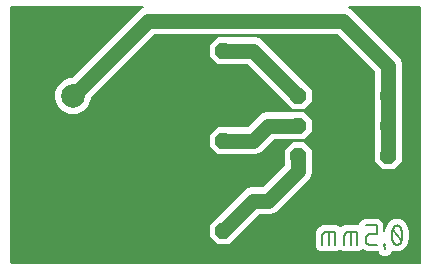
<source format=gbr>
G04 EAGLE Gerber RS-274X export*
G75*
%MOMM*%
%FSLAX34Y34*%
%LPD*%
%INTraces*%
%IPPOS*%
%AMOC8*
5,1,8,0,0,1.08239X$1,22.5*%
G01*
%ADD10C,0.152400*%
%ADD11P,1.429621X8X202.500000*%
%ADD12P,1.429621X8X22.500000*%
%ADD13C,2.000000*%
%ADD14C,1.270000*%

G36*
X357198Y10164D02*
X357198Y10164D01*
X357217Y10162D01*
X357319Y10184D01*
X357421Y10200D01*
X357438Y10210D01*
X357458Y10214D01*
X357547Y10267D01*
X357638Y10316D01*
X357652Y10330D01*
X357669Y10340D01*
X357736Y10419D01*
X357808Y10494D01*
X357816Y10512D01*
X357829Y10527D01*
X357868Y10623D01*
X357911Y10717D01*
X357913Y10737D01*
X357921Y10755D01*
X357939Y10922D01*
X357939Y227078D01*
X357936Y227098D01*
X357938Y227117D01*
X357916Y227219D01*
X357900Y227321D01*
X357890Y227338D01*
X357886Y227358D01*
X357833Y227447D01*
X357784Y227538D01*
X357770Y227552D01*
X357760Y227569D01*
X357681Y227636D01*
X357606Y227708D01*
X357588Y227716D01*
X357573Y227729D01*
X357477Y227768D01*
X357383Y227811D01*
X357363Y227813D01*
X357345Y227821D01*
X357178Y227839D01*
X296764Y227839D01*
X296668Y227824D01*
X296571Y227814D01*
X296547Y227804D01*
X296521Y227800D01*
X296435Y227754D01*
X296346Y227714D01*
X296327Y227697D01*
X296304Y227684D01*
X296237Y227614D01*
X296165Y227548D01*
X296153Y227525D01*
X296134Y227506D01*
X296093Y227418D01*
X296047Y227332D01*
X296042Y227307D01*
X296031Y227283D01*
X296020Y227186D01*
X296003Y227090D01*
X296007Y227064D01*
X296004Y227039D01*
X296024Y226943D01*
X296039Y226847D01*
X296050Y226824D01*
X296056Y226798D01*
X296106Y226715D01*
X296150Y226628D01*
X296169Y226609D01*
X296182Y226587D01*
X296256Y226524D01*
X296326Y226456D01*
X296354Y226440D01*
X296369Y226427D01*
X296400Y226415D01*
X296473Y226375D01*
X298530Y225523D01*
X339823Y184230D01*
X341551Y180058D01*
X341551Y157776D01*
X341565Y157686D01*
X341573Y157595D01*
X341585Y157565D01*
X341590Y157533D01*
X341633Y157453D01*
X341669Y157369D01*
X341695Y157337D01*
X341706Y157316D01*
X341729Y157294D01*
X341774Y157238D01*
X341805Y157207D01*
X341805Y147593D01*
X341774Y147562D01*
X341721Y147488D01*
X341661Y147419D01*
X341649Y147389D01*
X341630Y147362D01*
X341603Y147275D01*
X341569Y147191D01*
X341565Y147150D01*
X341558Y147127D01*
X341559Y147095D01*
X341551Y147024D01*
X341551Y132376D01*
X341565Y132286D01*
X341573Y132195D01*
X341585Y132165D01*
X341590Y132133D01*
X341633Y132053D01*
X341669Y131969D01*
X341695Y131937D01*
X341706Y131916D01*
X341729Y131894D01*
X341774Y131838D01*
X341805Y131807D01*
X341805Y122193D01*
X341774Y122162D01*
X341721Y122088D01*
X341661Y122019D01*
X341649Y121989D01*
X341630Y121962D01*
X341603Y121875D01*
X341569Y121791D01*
X341565Y121750D01*
X341558Y121727D01*
X341559Y121695D01*
X341551Y121624D01*
X341551Y106976D01*
X341565Y106886D01*
X341573Y106795D01*
X341585Y106765D01*
X341590Y106733D01*
X341633Y106653D01*
X341669Y106569D01*
X341695Y106537D01*
X341706Y106516D01*
X341729Y106494D01*
X341774Y106438D01*
X341805Y106407D01*
X341805Y96793D01*
X335007Y89995D01*
X325393Y89995D01*
X318595Y96793D01*
X318595Y106407D01*
X318626Y106438D01*
X318679Y106512D01*
X318739Y106581D01*
X318751Y106611D01*
X318770Y106638D01*
X318797Y106725D01*
X318831Y106809D01*
X318835Y106850D01*
X318842Y106873D01*
X318841Y106905D01*
X318849Y106976D01*
X318849Y121624D01*
X318835Y121714D01*
X318827Y121805D01*
X318815Y121835D01*
X318810Y121867D01*
X318767Y121947D01*
X318731Y122031D01*
X318705Y122063D01*
X318694Y122084D01*
X318671Y122106D01*
X318626Y122162D01*
X318595Y122193D01*
X318595Y131807D01*
X318626Y131838D01*
X318679Y131912D01*
X318739Y131981D01*
X318751Y132011D01*
X318770Y132038D01*
X318797Y132125D01*
X318831Y132209D01*
X318835Y132250D01*
X318842Y132273D01*
X318841Y132305D01*
X318849Y132376D01*
X318849Y147024D01*
X318835Y147114D01*
X318827Y147205D01*
X318815Y147235D01*
X318810Y147267D01*
X318767Y147347D01*
X318731Y147431D01*
X318705Y147463D01*
X318694Y147484D01*
X318671Y147506D01*
X318626Y147562D01*
X318595Y147593D01*
X318595Y157207D01*
X318626Y157238D01*
X318679Y157312D01*
X318739Y157381D01*
X318751Y157411D01*
X318770Y157438D01*
X318797Y157525D01*
X318831Y157609D01*
X318835Y157650D01*
X318842Y157673D01*
X318841Y157705D01*
X318849Y157776D01*
X318849Y172783D01*
X318835Y172873D01*
X318827Y172964D01*
X318815Y172994D01*
X318810Y173026D01*
X318767Y173106D01*
X318731Y173190D01*
X318705Y173222D01*
X318694Y173243D01*
X318671Y173265D01*
X318626Y173321D01*
X287621Y204326D01*
X287547Y204379D01*
X287478Y204439D01*
X287448Y204451D01*
X287422Y204470D01*
X287335Y204497D01*
X287250Y204531D01*
X287209Y204535D01*
X287187Y204542D01*
X287154Y204541D01*
X287083Y204549D01*
X131978Y204549D01*
X131888Y204535D01*
X131797Y204527D01*
X131767Y204515D01*
X131735Y204510D01*
X131654Y204467D01*
X131571Y204431D01*
X131538Y204405D01*
X131518Y204394D01*
X131496Y204371D01*
X131440Y204326D01*
X78474Y151360D01*
X78421Y151286D01*
X78361Y151217D01*
X78349Y151187D01*
X78330Y151161D01*
X78303Y151074D01*
X78269Y150989D01*
X78265Y150948D01*
X78258Y150926D01*
X78259Y150893D01*
X78251Y150822D01*
X78251Y149205D01*
X75967Y143692D01*
X71747Y139472D01*
X66234Y137188D01*
X60266Y137188D01*
X54753Y139472D01*
X50533Y143692D01*
X48249Y149205D01*
X48249Y155173D01*
X50533Y160686D01*
X54753Y164906D01*
X60266Y167190D01*
X61883Y167190D01*
X61973Y167204D01*
X62064Y167212D01*
X62094Y167224D01*
X62126Y167229D01*
X62207Y167272D01*
X62290Y167308D01*
X62323Y167334D01*
X62343Y167345D01*
X62365Y167368D01*
X62421Y167413D01*
X117231Y222223D01*
X120531Y225523D01*
X122588Y226375D01*
X122671Y226426D01*
X122757Y226472D01*
X122775Y226490D01*
X122797Y226504D01*
X122860Y226580D01*
X122927Y226650D01*
X122938Y226674D01*
X122954Y226694D01*
X122989Y226785D01*
X123030Y226873D01*
X123033Y226899D01*
X123042Y226923D01*
X123047Y227021D01*
X123057Y227117D01*
X123052Y227143D01*
X123053Y227169D01*
X123026Y227263D01*
X123005Y227358D01*
X122992Y227380D01*
X122984Y227405D01*
X122929Y227485D01*
X122879Y227569D01*
X122859Y227586D01*
X122844Y227607D01*
X122766Y227666D01*
X122692Y227729D01*
X122668Y227739D01*
X122647Y227754D01*
X122554Y227784D01*
X122464Y227821D01*
X122431Y227824D01*
X122413Y227830D01*
X122380Y227830D01*
X122297Y227839D01*
X10922Y227839D01*
X10902Y227836D01*
X10883Y227838D01*
X10781Y227816D01*
X10679Y227800D01*
X10662Y227790D01*
X10642Y227786D01*
X10553Y227733D01*
X10462Y227684D01*
X10448Y227670D01*
X10431Y227660D01*
X10364Y227581D01*
X10292Y227506D01*
X10284Y227488D01*
X10271Y227473D01*
X10232Y227377D01*
X10189Y227283D01*
X10187Y227263D01*
X10179Y227245D01*
X10161Y227078D01*
X10161Y10922D01*
X10164Y10902D01*
X10162Y10883D01*
X10184Y10781D01*
X10200Y10679D01*
X10210Y10662D01*
X10214Y10642D01*
X10267Y10553D01*
X10316Y10462D01*
X10330Y10448D01*
X10340Y10431D01*
X10419Y10364D01*
X10494Y10292D01*
X10512Y10284D01*
X10527Y10271D01*
X10623Y10232D01*
X10717Y10189D01*
X10737Y10187D01*
X10755Y10179D01*
X10922Y10161D01*
X357178Y10161D01*
X357198Y10164D01*
G37*
%LPC*%
G36*
X185693Y26495D02*
X185693Y26495D01*
X178895Y33293D01*
X178895Y42907D01*
X185693Y49705D01*
X185737Y49705D01*
X185827Y49719D01*
X185918Y49727D01*
X185948Y49739D01*
X185980Y49744D01*
X186060Y49787D01*
X186144Y49823D01*
X186176Y49849D01*
X186197Y49860D01*
X186219Y49883D01*
X186275Y49928D01*
X209470Y73123D01*
X213642Y74851D01*
X223583Y74851D01*
X223673Y74865D01*
X223764Y74873D01*
X223794Y74885D01*
X223826Y74890D01*
X223906Y74933D01*
X223990Y74969D01*
X224022Y74995D01*
X224043Y75006D01*
X224058Y75021D01*
X224059Y75022D01*
X224069Y75032D01*
X224121Y75074D01*
X242426Y93379D01*
X242471Y93441D01*
X242499Y93470D01*
X242504Y93481D01*
X242539Y93522D01*
X242551Y93552D01*
X242570Y93578D01*
X242597Y93665D01*
X242631Y93750D01*
X242635Y93791D01*
X242642Y93813D01*
X242641Y93846D01*
X242649Y93917D01*
X242649Y96224D01*
X242635Y96314D01*
X242627Y96405D01*
X242615Y96435D01*
X242610Y96467D01*
X242567Y96547D01*
X242531Y96631D01*
X242505Y96663D01*
X242494Y96684D01*
X242471Y96706D01*
X242426Y96762D01*
X242395Y96793D01*
X242395Y106407D01*
X249193Y113205D01*
X258807Y113205D01*
X265605Y106407D01*
X265605Y96793D01*
X265574Y96762D01*
X265521Y96688D01*
X265461Y96619D01*
X265449Y96589D01*
X265430Y96562D01*
X265403Y96475D01*
X265369Y96391D01*
X265365Y96350D01*
X265358Y96327D01*
X265359Y96295D01*
X265351Y96224D01*
X265351Y86642D01*
X263623Y82470D01*
X235030Y53877D01*
X230858Y52149D01*
X220917Y52149D01*
X220827Y52135D01*
X220736Y52127D01*
X220706Y52115D01*
X220674Y52110D01*
X220594Y52067D01*
X220510Y52031D01*
X220478Y52005D01*
X220457Y51994D01*
X220435Y51971D01*
X220379Y51926D01*
X202328Y33875D01*
X202275Y33801D01*
X202215Y33732D01*
X202203Y33702D01*
X202184Y33676D01*
X202157Y33589D01*
X202123Y33504D01*
X202119Y33463D01*
X202112Y33441D01*
X202113Y33408D01*
X202105Y33337D01*
X202105Y33293D01*
X195307Y26495D01*
X185693Y26495D01*
G37*
%LPD*%
%LPC*%
G36*
X249193Y140795D02*
X249193Y140795D01*
X242395Y147593D01*
X242395Y147637D01*
X242381Y147727D01*
X242373Y147818D01*
X242361Y147848D01*
X242356Y147880D01*
X242313Y147961D01*
X242277Y148044D01*
X242251Y148077D01*
X242240Y148097D01*
X242217Y148119D01*
X242172Y148175D01*
X211421Y178926D01*
X211347Y178979D01*
X211278Y179039D01*
X211248Y179051D01*
X211222Y179070D01*
X211135Y179097D01*
X211050Y179131D01*
X211009Y179135D01*
X210987Y179142D01*
X210954Y179141D01*
X210883Y179149D01*
X195876Y179149D01*
X195786Y179135D01*
X195695Y179127D01*
X195665Y179115D01*
X195633Y179110D01*
X195553Y179067D01*
X195469Y179031D01*
X195437Y179005D01*
X195416Y178994D01*
X195394Y178971D01*
X195338Y178926D01*
X195307Y178895D01*
X185693Y178895D01*
X178895Y185693D01*
X178895Y195307D01*
X185693Y202105D01*
X195307Y202105D01*
X195338Y202074D01*
X195412Y202021D01*
X195481Y201961D01*
X195511Y201949D01*
X195538Y201930D01*
X195625Y201903D01*
X195709Y201869D01*
X195750Y201865D01*
X195773Y201858D01*
X195805Y201859D01*
X195876Y201851D01*
X218158Y201851D01*
X222330Y200123D01*
X258225Y164228D01*
X258299Y164175D01*
X258368Y164115D01*
X258398Y164103D01*
X258424Y164084D01*
X258511Y164057D01*
X258596Y164023D01*
X258637Y164019D01*
X258659Y164012D01*
X258692Y164013D01*
X258763Y164005D01*
X258807Y164005D01*
X265605Y157207D01*
X265605Y147593D01*
X258807Y140795D01*
X249193Y140795D01*
G37*
%LPD*%
%LPC*%
G36*
X185693Y102695D02*
X185693Y102695D01*
X178895Y109493D01*
X178895Y119107D01*
X185693Y125905D01*
X195307Y125905D01*
X195338Y125874D01*
X195412Y125821D01*
X195481Y125761D01*
X195511Y125749D01*
X195538Y125730D01*
X195625Y125703D01*
X195709Y125669D01*
X195750Y125665D01*
X195773Y125658D01*
X195805Y125659D01*
X195876Y125651D01*
X210883Y125651D01*
X210973Y125665D01*
X211064Y125673D01*
X211094Y125685D01*
X211126Y125690D01*
X211206Y125733D01*
X211290Y125769D01*
X211322Y125795D01*
X211343Y125806D01*
X211365Y125829D01*
X211421Y125874D01*
X222170Y136623D01*
X226342Y138351D01*
X248624Y138351D01*
X248714Y138365D01*
X248805Y138373D01*
X248835Y138385D01*
X248867Y138390D01*
X248947Y138433D01*
X249031Y138469D01*
X249063Y138495D01*
X249084Y138506D01*
X249106Y138529D01*
X249162Y138574D01*
X249193Y138605D01*
X258807Y138605D01*
X265605Y131807D01*
X265605Y122193D01*
X258807Y115395D01*
X249193Y115395D01*
X249162Y115426D01*
X249088Y115479D01*
X249019Y115539D01*
X248989Y115551D01*
X248962Y115570D01*
X248875Y115597D01*
X248791Y115631D01*
X248750Y115635D01*
X248727Y115642D01*
X248695Y115641D01*
X248624Y115649D01*
X233617Y115649D01*
X233527Y115635D01*
X233436Y115627D01*
X233406Y115615D01*
X233374Y115610D01*
X233294Y115567D01*
X233210Y115531D01*
X233178Y115505D01*
X233157Y115494D01*
X233135Y115471D01*
X233079Y115426D01*
X222330Y104677D01*
X218158Y102949D01*
X195876Y102949D01*
X195786Y102935D01*
X195695Y102927D01*
X195665Y102915D01*
X195633Y102910D01*
X195553Y102867D01*
X195469Y102831D01*
X195437Y102805D01*
X195416Y102794D01*
X195394Y102771D01*
X195338Y102726D01*
X195307Y102695D01*
X185693Y102695D01*
G37*
%LPD*%
%LPC*%
G36*
X326296Y16829D02*
X326296Y16829D01*
X324209Y17778D01*
X322644Y19453D01*
X322446Y19980D01*
X322430Y20009D01*
X322420Y20041D01*
X322369Y20115D01*
X322324Y20194D01*
X322299Y20215D01*
X322280Y20243D01*
X322207Y20297D01*
X322139Y20357D01*
X322109Y20370D01*
X322083Y20389D01*
X321996Y20417D01*
X321913Y20453D01*
X321880Y20455D01*
X321849Y20465D01*
X321758Y20465D01*
X321668Y20472D01*
X321636Y20463D01*
X321603Y20463D01*
X321442Y20416D01*
X321401Y20399D01*
X312324Y20399D01*
X309042Y22294D01*
X309001Y22309D01*
X308964Y22333D01*
X308887Y22352D01*
X308812Y22381D01*
X308768Y22382D01*
X308726Y22393D01*
X308646Y22387D01*
X308566Y22390D01*
X308524Y22377D01*
X308481Y22374D01*
X308407Y22343D01*
X308331Y22320D01*
X308295Y22295D01*
X308254Y22277D01*
X308141Y22186D01*
X308129Y22178D01*
X308127Y22176D01*
X308123Y22173D01*
X307227Y21277D01*
X305109Y20399D01*
X302817Y20399D01*
X301545Y20926D01*
X301456Y20947D01*
X301369Y20975D01*
X301337Y20975D01*
X301306Y20982D01*
X301215Y20974D01*
X301123Y20973D01*
X301084Y20961D01*
X301061Y20959D01*
X301031Y20946D01*
X300962Y20926D01*
X299691Y20399D01*
X297398Y20399D01*
X296126Y20926D01*
X296038Y20947D01*
X295951Y20975D01*
X295918Y20975D01*
X295887Y20982D01*
X295796Y20974D01*
X295705Y20973D01*
X295665Y20961D01*
X295642Y20959D01*
X295613Y20946D01*
X295544Y20926D01*
X294272Y20399D01*
X291979Y20399D01*
X289861Y21277D01*
X289704Y21434D01*
X289688Y21446D01*
X289675Y21461D01*
X289588Y21517D01*
X289504Y21578D01*
X289485Y21583D01*
X289468Y21594D01*
X289368Y21620D01*
X289269Y21650D01*
X289249Y21649D01*
X289230Y21654D01*
X289127Y21646D01*
X289023Y21644D01*
X289005Y21637D01*
X288985Y21635D01*
X288890Y21595D01*
X288792Y21559D01*
X288777Y21547D01*
X288758Y21539D01*
X288627Y21434D01*
X288470Y21277D01*
X286352Y20399D01*
X284059Y20399D01*
X282788Y20926D01*
X282699Y20947D01*
X282612Y20975D01*
X282579Y20975D01*
X282548Y20982D01*
X282457Y20974D01*
X282366Y20973D01*
X282326Y20961D01*
X282303Y20959D01*
X282274Y20946D01*
X282205Y20926D01*
X280933Y20399D01*
X278641Y20399D01*
X277369Y20926D01*
X277280Y20947D01*
X277193Y20975D01*
X277161Y20975D01*
X277129Y20982D01*
X277039Y20974D01*
X276947Y20973D01*
X276908Y20961D01*
X276885Y20959D01*
X276855Y20946D01*
X276786Y20926D01*
X275514Y20399D01*
X273222Y20399D01*
X271104Y21277D01*
X269483Y22898D01*
X268605Y25016D01*
X268605Y36560D01*
X270876Y40492D01*
X274807Y42762D01*
X286352Y42762D01*
X288470Y41885D01*
X289366Y40989D01*
X289401Y40963D01*
X289431Y40931D01*
X289500Y40892D01*
X289565Y40845D01*
X289607Y40833D01*
X289645Y40811D01*
X289724Y40797D01*
X289800Y40773D01*
X289844Y40774D01*
X289887Y40766D01*
X289966Y40777D01*
X290046Y40779D01*
X290087Y40795D01*
X290131Y40801D01*
X290264Y40859D01*
X290277Y40864D01*
X290280Y40866D01*
X290284Y40868D01*
X293565Y42762D01*
X304699Y42762D01*
X304719Y42765D01*
X304739Y42763D01*
X304840Y42785D01*
X304942Y42802D01*
X304960Y42811D01*
X304979Y42815D01*
X305068Y42869D01*
X305159Y42917D01*
X305173Y42931D01*
X305190Y42942D01*
X305257Y43020D01*
X305329Y43095D01*
X305337Y43113D01*
X305350Y43128D01*
X305389Y43225D01*
X305432Y43318D01*
X305435Y43338D01*
X305442Y43357D01*
X305460Y43523D01*
X305460Y43564D01*
X306338Y45682D01*
X307959Y47303D01*
X310077Y48181D01*
X321401Y48181D01*
X323519Y47303D01*
X325140Y45682D01*
X326017Y43564D01*
X326017Y37405D01*
X326023Y37368D01*
X326021Y37331D01*
X326043Y37247D01*
X326057Y37162D01*
X326074Y37129D01*
X326084Y37093D01*
X326132Y37021D01*
X326172Y36945D01*
X326199Y36919D01*
X326220Y36888D01*
X326288Y36835D01*
X326350Y36776D01*
X326384Y36760D01*
X326414Y36737D01*
X326495Y36708D01*
X326573Y36672D01*
X326610Y36668D01*
X326646Y36655D01*
X326732Y36654D01*
X326818Y36645D01*
X326854Y36653D01*
X326892Y36652D01*
X326974Y36679D01*
X327058Y36697D01*
X327090Y36716D01*
X327126Y36728D01*
X327195Y36779D01*
X327269Y36823D01*
X327294Y36852D01*
X327324Y36874D01*
X327373Y36945D01*
X327429Y37010D01*
X327443Y37045D01*
X327465Y37076D01*
X327520Y37234D01*
X328325Y40724D01*
X329105Y42323D01*
X329114Y42353D01*
X329141Y42410D01*
X329630Y43836D01*
X332216Y46646D01*
X335713Y48181D01*
X339532Y48181D01*
X343029Y46646D01*
X345615Y43836D01*
X346104Y42410D01*
X346118Y42383D01*
X346140Y42323D01*
X346919Y40724D01*
X347901Y36472D01*
X347901Y32108D01*
X346919Y27856D01*
X346140Y26257D01*
X346131Y26227D01*
X346104Y26170D01*
X345615Y24744D01*
X343029Y21934D01*
X339532Y20399D01*
X335713Y20399D01*
X334131Y21094D01*
X334116Y21097D01*
X334103Y21105D01*
X333998Y21128D01*
X333892Y21155D01*
X333877Y21154D01*
X333863Y21157D01*
X333755Y21145D01*
X333647Y21137D01*
X333633Y21131D01*
X333619Y21129D01*
X333520Y21083D01*
X333420Y21041D01*
X333409Y21032D01*
X333396Y21025D01*
X333317Y20950D01*
X333236Y20879D01*
X333228Y20866D01*
X333218Y20856D01*
X333132Y20711D01*
X332409Y19121D01*
X330734Y17556D01*
X328587Y16751D01*
X326296Y16829D01*
G37*
%LPD*%
D10*
X342138Y34290D02*
X342134Y34610D01*
X342123Y34929D01*
X342104Y35249D01*
X342077Y35567D01*
X342043Y35885D01*
X342001Y36202D01*
X341951Y36518D01*
X341894Y36833D01*
X341830Y37146D01*
X341758Y37458D01*
X341679Y37768D01*
X341592Y38075D01*
X341498Y38381D01*
X341397Y38684D01*
X341288Y38985D01*
X341173Y39283D01*
X341050Y39579D01*
X340920Y39871D01*
X340783Y40160D01*
X340783Y40161D02*
X340744Y40269D01*
X340701Y40376D01*
X340655Y40481D01*
X340604Y40585D01*
X340551Y40687D01*
X340494Y40787D01*
X340433Y40885D01*
X340369Y40980D01*
X340302Y41074D01*
X340231Y41165D01*
X340158Y41254D01*
X340081Y41340D01*
X340002Y41423D01*
X339920Y41504D01*
X339835Y41582D01*
X339747Y41656D01*
X339657Y41728D01*
X339565Y41796D01*
X339470Y41862D01*
X339373Y41924D01*
X339274Y41982D01*
X339172Y42038D01*
X339070Y42089D01*
X338965Y42137D01*
X338859Y42182D01*
X338751Y42223D01*
X338642Y42260D01*
X338532Y42293D01*
X338420Y42322D01*
X338308Y42348D01*
X338195Y42370D01*
X338081Y42387D01*
X337967Y42401D01*
X337852Y42411D01*
X337737Y42417D01*
X337622Y42419D01*
X337622Y42418D02*
X337507Y42416D01*
X337392Y42410D01*
X337277Y42400D01*
X337163Y42386D01*
X337049Y42369D01*
X336936Y42347D01*
X336824Y42321D01*
X336712Y42292D01*
X336602Y42259D01*
X336493Y42222D01*
X336385Y42181D01*
X336279Y42136D01*
X336175Y42088D01*
X336072Y42037D01*
X335971Y41981D01*
X335871Y41923D01*
X335774Y41861D01*
X335680Y41796D01*
X335587Y41727D01*
X335497Y41655D01*
X335409Y41581D01*
X335324Y41503D01*
X335242Y41422D01*
X335163Y41339D01*
X335086Y41253D01*
X335013Y41164D01*
X334942Y41073D01*
X334875Y40979D01*
X334811Y40884D01*
X334750Y40786D01*
X334693Y40686D01*
X334640Y40584D01*
X334589Y40480D01*
X334543Y40375D01*
X334500Y40268D01*
X334461Y40160D01*
X334462Y40160D02*
X334325Y39871D01*
X334195Y39579D01*
X334072Y39283D01*
X333957Y38985D01*
X333848Y38684D01*
X333747Y38381D01*
X333653Y38075D01*
X333566Y37768D01*
X333487Y37458D01*
X333415Y37146D01*
X333351Y36833D01*
X333294Y36518D01*
X333244Y36202D01*
X333202Y35885D01*
X333168Y35567D01*
X333141Y35249D01*
X333122Y34929D01*
X333111Y34610D01*
X333107Y34290D01*
X342138Y34290D02*
X342134Y33970D01*
X342123Y33651D01*
X342104Y33331D01*
X342077Y33013D01*
X342043Y32695D01*
X342001Y32378D01*
X341951Y32062D01*
X341894Y31747D01*
X341830Y31434D01*
X341758Y31122D01*
X341679Y30812D01*
X341592Y30505D01*
X341498Y30199D01*
X341397Y29896D01*
X341288Y29595D01*
X341173Y29297D01*
X341050Y29001D01*
X340920Y28709D01*
X340783Y28420D01*
X340744Y28312D01*
X340701Y28205D01*
X340655Y28100D01*
X340604Y27996D01*
X340551Y27894D01*
X340494Y27794D01*
X340433Y27696D01*
X340369Y27601D01*
X340302Y27507D01*
X340231Y27416D01*
X340158Y27327D01*
X340081Y27241D01*
X340002Y27158D01*
X339920Y27077D01*
X339835Y26999D01*
X339747Y26925D01*
X339657Y26853D01*
X339564Y26784D01*
X339470Y26719D01*
X339373Y26657D01*
X339273Y26599D01*
X339172Y26543D01*
X339070Y26492D01*
X338965Y26444D01*
X338859Y26399D01*
X338751Y26358D01*
X338642Y26321D01*
X338532Y26288D01*
X338420Y26259D01*
X338308Y26233D01*
X338195Y26211D01*
X338081Y26194D01*
X337967Y26180D01*
X337852Y26170D01*
X337737Y26164D01*
X337622Y26162D01*
X334462Y28420D02*
X334325Y28709D01*
X334195Y29001D01*
X334072Y29297D01*
X333957Y29595D01*
X333848Y29896D01*
X333747Y30199D01*
X333653Y30505D01*
X333566Y30812D01*
X333487Y31122D01*
X333415Y31434D01*
X333351Y31747D01*
X333294Y32062D01*
X333244Y32378D01*
X333202Y32695D01*
X333168Y33013D01*
X333141Y33331D01*
X333122Y33651D01*
X333111Y33970D01*
X333107Y34290D01*
X334461Y28420D02*
X334500Y28312D01*
X334543Y28205D01*
X334589Y28100D01*
X334640Y27996D01*
X334693Y27894D01*
X334751Y27794D01*
X334811Y27696D01*
X334875Y27601D01*
X334942Y27507D01*
X335013Y27416D01*
X335086Y27327D01*
X335163Y27241D01*
X335242Y27158D01*
X335324Y27077D01*
X335409Y26999D01*
X335497Y26925D01*
X335587Y26853D01*
X335680Y26784D01*
X335774Y26719D01*
X335871Y26657D01*
X335971Y26599D01*
X336072Y26543D01*
X336175Y26492D01*
X336279Y26444D01*
X336385Y26399D01*
X336493Y26358D01*
X336602Y26321D01*
X336712Y26288D01*
X336824Y26259D01*
X336936Y26233D01*
X337049Y26211D01*
X337163Y26194D01*
X337277Y26180D01*
X337392Y26170D01*
X337507Y26164D01*
X337622Y26162D01*
X341235Y29774D02*
X334010Y38806D01*
X327186Y26162D02*
X326282Y26162D01*
X327186Y26162D02*
X327186Y27065D01*
X326282Y27065D01*
X326282Y26162D01*
X327637Y22550D01*
X320254Y26162D02*
X314836Y26162D01*
X314718Y26164D01*
X314600Y26170D01*
X314482Y26179D01*
X314365Y26193D01*
X314248Y26210D01*
X314131Y26231D01*
X314016Y26256D01*
X313901Y26285D01*
X313787Y26318D01*
X313675Y26354D01*
X313564Y26394D01*
X313454Y26437D01*
X313345Y26484D01*
X313238Y26534D01*
X313133Y26589D01*
X313030Y26646D01*
X312929Y26707D01*
X312829Y26771D01*
X312732Y26838D01*
X312637Y26908D01*
X312545Y26982D01*
X312454Y27058D01*
X312367Y27138D01*
X312282Y27220D01*
X312200Y27305D01*
X312120Y27392D01*
X312044Y27483D01*
X311970Y27575D01*
X311900Y27670D01*
X311833Y27767D01*
X311769Y27867D01*
X311708Y27968D01*
X311651Y28071D01*
X311596Y28176D01*
X311546Y28283D01*
X311499Y28392D01*
X311456Y28502D01*
X311416Y28613D01*
X311380Y28725D01*
X311347Y28839D01*
X311318Y28954D01*
X311293Y29069D01*
X311272Y29186D01*
X311255Y29303D01*
X311241Y29420D01*
X311232Y29538D01*
X311226Y29656D01*
X311224Y29774D01*
X311223Y29774D02*
X311223Y31581D01*
X311224Y31581D02*
X311226Y31699D01*
X311232Y31817D01*
X311241Y31935D01*
X311255Y32052D01*
X311272Y32169D01*
X311293Y32286D01*
X311318Y32401D01*
X311347Y32516D01*
X311380Y32630D01*
X311416Y32742D01*
X311456Y32853D01*
X311499Y32963D01*
X311546Y33072D01*
X311596Y33179D01*
X311651Y33284D01*
X311708Y33387D01*
X311769Y33488D01*
X311833Y33588D01*
X311900Y33685D01*
X311970Y33780D01*
X312044Y33872D01*
X312120Y33963D01*
X312200Y34050D01*
X312282Y34135D01*
X312367Y34217D01*
X312454Y34297D01*
X312545Y34373D01*
X312637Y34447D01*
X312732Y34517D01*
X312829Y34584D01*
X312929Y34648D01*
X313030Y34709D01*
X313133Y34766D01*
X313238Y34821D01*
X313345Y34871D01*
X313454Y34918D01*
X313564Y34961D01*
X313675Y35001D01*
X313787Y35037D01*
X313901Y35070D01*
X314016Y35099D01*
X314131Y35124D01*
X314248Y35145D01*
X314365Y35162D01*
X314482Y35176D01*
X314600Y35185D01*
X314718Y35191D01*
X314836Y35193D01*
X320254Y35193D01*
X320254Y42418D01*
X311223Y42418D01*
X303963Y36999D02*
X303963Y26162D01*
X303963Y36999D02*
X295835Y36999D01*
X295734Y36997D01*
X295633Y36991D01*
X295532Y36982D01*
X295431Y36969D01*
X295331Y36952D01*
X295232Y36931D01*
X295134Y36907D01*
X295037Y36879D01*
X294940Y36847D01*
X294845Y36812D01*
X294752Y36773D01*
X294660Y36731D01*
X294569Y36685D01*
X294481Y36636D01*
X294394Y36584D01*
X294309Y36528D01*
X294226Y36470D01*
X294146Y36408D01*
X294068Y36343D01*
X293992Y36276D01*
X293919Y36206D01*
X293849Y36133D01*
X293782Y36057D01*
X293717Y35979D01*
X293655Y35899D01*
X293597Y35816D01*
X293541Y35731D01*
X293489Y35645D01*
X293440Y35556D01*
X293394Y35465D01*
X293352Y35373D01*
X293313Y35280D01*
X293278Y35185D01*
X293246Y35088D01*
X293218Y34991D01*
X293194Y34893D01*
X293173Y34794D01*
X293156Y34694D01*
X293143Y34593D01*
X293134Y34492D01*
X293128Y34391D01*
X293126Y34290D01*
X293126Y26162D01*
X298544Y26162D02*
X298544Y36999D01*
X285206Y36999D02*
X285206Y26162D01*
X285206Y36999D02*
X277078Y36999D01*
X276977Y36997D01*
X276876Y36991D01*
X276775Y36982D01*
X276674Y36969D01*
X276574Y36952D01*
X276475Y36931D01*
X276377Y36907D01*
X276280Y36879D01*
X276183Y36847D01*
X276088Y36812D01*
X275995Y36773D01*
X275903Y36731D01*
X275812Y36685D01*
X275724Y36636D01*
X275637Y36584D01*
X275552Y36528D01*
X275469Y36470D01*
X275389Y36408D01*
X275311Y36343D01*
X275235Y36276D01*
X275162Y36206D01*
X275092Y36133D01*
X275025Y36057D01*
X274960Y35979D01*
X274898Y35899D01*
X274840Y35816D01*
X274784Y35731D01*
X274732Y35645D01*
X274683Y35556D01*
X274637Y35465D01*
X274595Y35373D01*
X274556Y35280D01*
X274521Y35185D01*
X274489Y35088D01*
X274461Y34991D01*
X274437Y34893D01*
X274416Y34794D01*
X274399Y34694D01*
X274386Y34593D01*
X274377Y34492D01*
X274371Y34391D01*
X274369Y34290D01*
X274368Y34290D02*
X274368Y26162D01*
X279787Y26162D02*
X279787Y36999D01*
D11*
X190500Y38100D03*
X165100Y38100D03*
X190500Y114300D03*
X165100Y114300D03*
X190500Y190500D03*
X165100Y190500D03*
D12*
X254000Y101600D03*
X330200Y101600D03*
X254000Y127000D03*
X330200Y127000D03*
X254000Y152400D03*
X330200Y152400D03*
D13*
X63250Y101389D03*
X63250Y152189D03*
D14*
X190500Y38100D02*
X215900Y63500D01*
X228600Y63500D01*
X254000Y88900D01*
X254000Y101600D01*
X330200Y127000D02*
X330200Y152400D01*
X330200Y127000D02*
X330200Y101600D01*
X330200Y177800D02*
X292100Y215900D01*
X330200Y177800D02*
X330200Y152400D01*
X126961Y215900D02*
X63250Y152189D01*
X126961Y215900D02*
X292100Y215900D01*
X215900Y114300D02*
X190500Y114300D01*
X215900Y114300D02*
X228600Y127000D01*
X254000Y127000D01*
X215900Y190500D02*
X190500Y190500D01*
X215900Y190500D02*
X254000Y152400D01*
M02*

</source>
